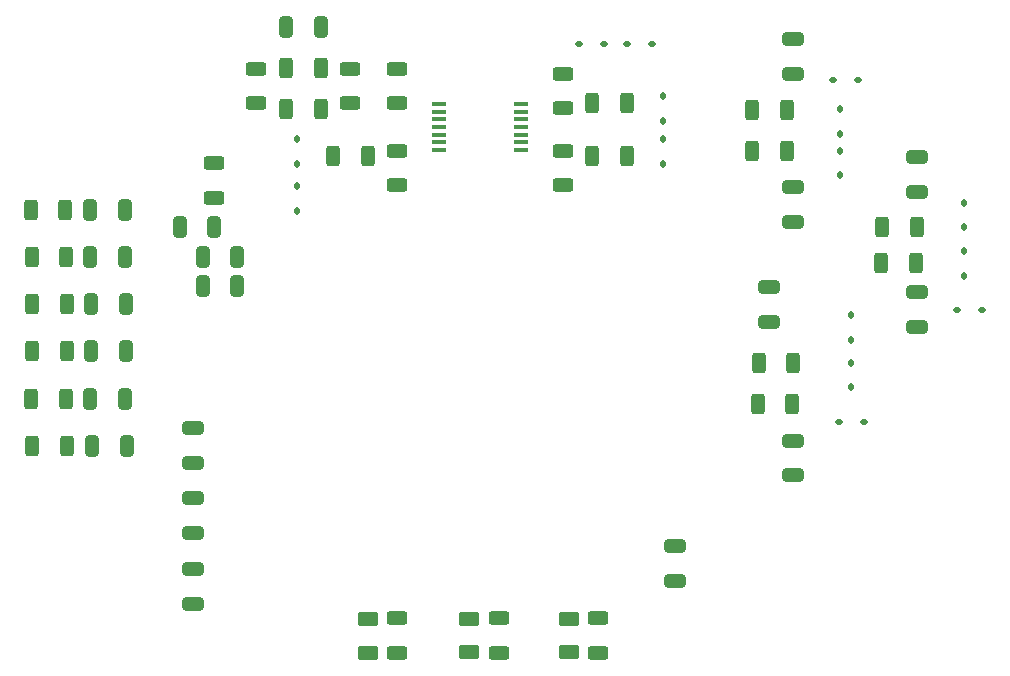
<source format=gbr>
%TF.GenerationSoftware,KiCad,Pcbnew,7.0.9*%
%TF.CreationDate,2024-01-23T23:33:06-05:00*%
%TF.ProjectId,Drive,44726976-652e-46b6-9963-61645f706362,rev?*%
%TF.SameCoordinates,Original*%
%TF.FileFunction,Paste,Top*%
%TF.FilePolarity,Positive*%
%FSLAX46Y46*%
G04 Gerber Fmt 4.6, Leading zero omitted, Abs format (unit mm)*
G04 Created by KiCad (PCBNEW 7.0.9) date 2024-01-23 23:33:06*
%MOMM*%
%LPD*%
G01*
G04 APERTURE LIST*
G04 Aperture macros list*
%AMRoundRect*
0 Rectangle with rounded corners*
0 $1 Rounding radius*
0 $2 $3 $4 $5 $6 $7 $8 $9 X,Y pos of 4 corners*
0 Add a 4 corners polygon primitive as box body*
4,1,4,$2,$3,$4,$5,$6,$7,$8,$9,$2,$3,0*
0 Add four circle primitives for the rounded corners*
1,1,$1+$1,$2,$3*
1,1,$1+$1,$4,$5*
1,1,$1+$1,$6,$7*
1,1,$1+$1,$8,$9*
0 Add four rect primitives between the rounded corners*
20,1,$1+$1,$2,$3,$4,$5,0*
20,1,$1+$1,$4,$5,$6,$7,0*
20,1,$1+$1,$6,$7,$8,$9,0*
20,1,$1+$1,$8,$9,$2,$3,0*%
G04 Aperture macros list end*
%ADD10RoundRect,0.250000X-0.312500X-0.625000X0.312500X-0.625000X0.312500X0.625000X-0.312500X0.625000X0*%
%ADD11RoundRect,0.112500X0.112500X-0.187500X0.112500X0.187500X-0.112500X0.187500X-0.112500X-0.187500X0*%
%ADD12RoundRect,0.250000X-0.625000X0.312500X-0.625000X-0.312500X0.625000X-0.312500X0.625000X0.312500X0*%
%ADD13RoundRect,0.250000X-0.325000X-0.650000X0.325000X-0.650000X0.325000X0.650000X-0.325000X0.650000X0*%
%ADD14RoundRect,0.112500X0.187500X0.112500X-0.187500X0.112500X-0.187500X-0.112500X0.187500X-0.112500X0*%
%ADD15RoundRect,0.250000X0.312500X0.625000X-0.312500X0.625000X-0.312500X-0.625000X0.312500X-0.625000X0*%
%ADD16RoundRect,0.250000X0.650000X-0.325000X0.650000X0.325000X-0.650000X0.325000X-0.650000X-0.325000X0*%
%ADD17RoundRect,0.250000X-0.625000X0.375000X-0.625000X-0.375000X0.625000X-0.375000X0.625000X0.375000X0*%
%ADD18RoundRect,0.250000X-0.650000X0.325000X-0.650000X-0.325000X0.650000X-0.325000X0.650000X0.325000X0*%
%ADD19RoundRect,0.250000X0.625000X-0.312500X0.625000X0.312500X-0.625000X0.312500X-0.625000X-0.312500X0*%
%ADD20RoundRect,0.112500X-0.187500X-0.112500X0.187500X-0.112500X0.187500X0.112500X-0.187500X0.112500X0*%
%ADD21RoundRect,0.250000X0.325000X0.650000X-0.325000X0.650000X-0.325000X-0.650000X0.325000X-0.650000X0*%
%ADD22RoundRect,0.112500X-0.112500X0.187500X-0.112500X-0.187500X0.112500X-0.187500X0.112500X0.187500X0*%
%ADD23R,1.200000X0.400000*%
G04 APERTURE END LIST*
D10*
%TO.C,R3*%
X117575000Y-61000000D03*
X120500000Y-61000000D03*
%TD*%
D11*
%TO.C,D7*%
X164462500Y-70100000D03*
X164462500Y-68000000D03*
%TD*%
D10*
%TO.C,R21*%
X157575000Y-86000000D03*
X160500000Y-86000000D03*
%TD*%
D11*
%TO.C,D12*%
X165425000Y-84050000D03*
X165425000Y-81950000D03*
%TD*%
D12*
%TO.C,R14*%
X127000000Y-68000000D03*
X127000000Y-70925000D03*
%TD*%
D11*
%TO.C,D10*%
X174962500Y-74500000D03*
X174962500Y-72400000D03*
%TD*%
D13*
%TO.C,C6*%
X101000000Y-77000000D03*
X103950000Y-77000000D03*
%TD*%
D10*
%TO.C,R16*%
X117575000Y-64450000D03*
X120500000Y-64450000D03*
%TD*%
D14*
%TO.C,D15*%
X166012500Y-62050000D03*
X163912500Y-62050000D03*
%TD*%
D15*
%TO.C,R15*%
X146425000Y-68500000D03*
X143500000Y-68500000D03*
%TD*%
D14*
%TO.C,D14*%
X176512500Y-81500000D03*
X174412500Y-81500000D03*
%TD*%
D16*
%TO.C,C20*%
X160462500Y-61500000D03*
X160462500Y-58550000D03*
%TD*%
D15*
%TO.C,R8*%
X99000000Y-85000000D03*
X96075000Y-85000000D03*
%TD*%
D17*
%TO.C,D17*%
X141500000Y-107675000D03*
X141500000Y-110475000D03*
%TD*%
D18*
%TO.C,C23*%
X150500000Y-101500000D03*
X150500000Y-104450000D03*
%TD*%
D19*
%TO.C,R1*%
X141000000Y-64425000D03*
X141000000Y-61500000D03*
%TD*%
D13*
%TO.C,C4*%
X101050000Y-85000000D03*
X104000000Y-85000000D03*
%TD*%
D16*
%TO.C,C14*%
X109700000Y-106405000D03*
X109700000Y-103455000D03*
%TD*%
%TO.C,C16*%
X109700000Y-94430000D03*
X109700000Y-91480000D03*
%TD*%
D12*
%TO.C,R30*%
X127000000Y-107575000D03*
X127000000Y-110500000D03*
%TD*%
%TO.C,R2*%
X115000000Y-61075000D03*
X115000000Y-64000000D03*
%TD*%
D20*
%TO.C,D1*%
X142400000Y-59000000D03*
X144500000Y-59000000D03*
%TD*%
D15*
%TO.C,R11*%
X98875000Y-73000000D03*
X95950000Y-73000000D03*
%TD*%
D21*
%TO.C,C8*%
X113450000Y-77000000D03*
X110500000Y-77000000D03*
%TD*%
D10*
%TO.C,R18*%
X121575000Y-68450000D03*
X124500000Y-68450000D03*
%TD*%
%TO.C,R24*%
X157500000Y-89500000D03*
X160425000Y-89500000D03*
%TD*%
D12*
%TO.C,R29*%
X144000000Y-107575000D03*
X144000000Y-110500000D03*
%TD*%
D16*
%TO.C,C19*%
X158500000Y-82500000D03*
X158500000Y-79550000D03*
%TD*%
D11*
%TO.C,D11*%
X165425000Y-88050000D03*
X165425000Y-85950000D03*
%TD*%
D21*
%TO.C,C12*%
X113450000Y-79500000D03*
X110500000Y-79500000D03*
%TD*%
D11*
%TO.C,D5*%
X118500000Y-73100000D03*
X118500000Y-71000000D03*
%TD*%
D16*
%TO.C,C15*%
X109700000Y-100405000D03*
X109700000Y-97455000D03*
%TD*%
D12*
%TO.C,R5*%
X141000000Y-68000000D03*
X141000000Y-70925000D03*
%TD*%
D16*
%TO.C,C18*%
X170962500Y-71500000D03*
X170962500Y-68550000D03*
%TD*%
D18*
%TO.C,C21*%
X170962500Y-80000000D03*
X170962500Y-82950000D03*
%TD*%
D13*
%TO.C,C7*%
X101000000Y-73000000D03*
X103950000Y-73000000D03*
%TD*%
D15*
%TO.C,R7*%
X98925000Y-89000000D03*
X96000000Y-89000000D03*
%TD*%
D17*
%TO.C,D16*%
X133100000Y-107675000D03*
X133100000Y-110475000D03*
%TD*%
D21*
%TO.C,C17*%
X111500000Y-74500000D03*
X108550000Y-74500000D03*
%TD*%
D15*
%TO.C,R12*%
X146425000Y-64000000D03*
X143500000Y-64000000D03*
%TD*%
%TO.C,R10*%
X98950000Y-77000000D03*
X96025000Y-77000000D03*
%TD*%
D22*
%TO.C,D4*%
X149500000Y-67000000D03*
X149500000Y-69100000D03*
%TD*%
D10*
%TO.C,R22*%
X157037500Y-64550000D03*
X159962500Y-64550000D03*
%TD*%
D12*
%TO.C,R17*%
X123000000Y-61075000D03*
X123000000Y-64000000D03*
%TD*%
D18*
%TO.C,C13*%
X160462500Y-71100000D03*
X160462500Y-74050000D03*
%TD*%
D19*
%TO.C,R4*%
X111500000Y-72000000D03*
X111500000Y-69075000D03*
%TD*%
D12*
%TO.C,R28*%
X135600000Y-107575000D03*
X135600000Y-110500000D03*
%TD*%
D18*
%TO.C,C22*%
X160500000Y-92550000D03*
X160500000Y-95500000D03*
%TD*%
D10*
%TO.C,R20*%
X168037500Y-74500000D03*
X170962500Y-74500000D03*
%TD*%
D11*
%TO.C,D9*%
X174962500Y-78600000D03*
X174962500Y-76500000D03*
%TD*%
D15*
%TO.C,R9*%
X99000000Y-81000000D03*
X96075000Y-81000000D03*
%TD*%
D11*
%TO.C,D6*%
X118500000Y-69100000D03*
X118500000Y-67000000D03*
%TD*%
D21*
%TO.C,C1*%
X120500000Y-57500000D03*
X117550000Y-57500000D03*
%TD*%
D17*
%TO.C,D18*%
X124500000Y-107700000D03*
X124500000Y-110500000D03*
%TD*%
D22*
%TO.C,D3*%
X149500000Y-63400000D03*
X149500000Y-65500000D03*
%TD*%
D11*
%TO.C,D8*%
X164462500Y-66562500D03*
X164462500Y-64462500D03*
%TD*%
D13*
%TO.C,C3*%
X101000000Y-89000000D03*
X103950000Y-89000000D03*
%TD*%
%TO.C,C5*%
X101050000Y-81000000D03*
X104000000Y-81000000D03*
%TD*%
D10*
%TO.C,R19*%
X157037500Y-68050000D03*
X159962500Y-68050000D03*
%TD*%
D19*
%TO.C,R13*%
X127000000Y-64000000D03*
X127000000Y-61075000D03*
%TD*%
D14*
%TO.C,D13*%
X166475000Y-91000000D03*
X164375000Y-91000000D03*
%TD*%
D13*
%TO.C,C2*%
X101125000Y-93000000D03*
X104075000Y-93000000D03*
%TD*%
D23*
%TO.C,U2*%
X130550000Y-64050000D03*
X130550000Y-64700000D03*
X130550000Y-65350000D03*
X130550000Y-66000000D03*
X130550000Y-66650000D03*
X130550000Y-67300000D03*
X130550000Y-67950000D03*
X137450000Y-67950000D03*
X137450000Y-67300000D03*
X137450000Y-66650000D03*
X137450000Y-66000000D03*
X137450000Y-65350000D03*
X137450000Y-64700000D03*
X137450000Y-64050000D03*
%TD*%
D15*
%TO.C,R6*%
X99000000Y-93000000D03*
X96075000Y-93000000D03*
%TD*%
D10*
%TO.C,R23*%
X167962500Y-77500000D03*
X170887500Y-77500000D03*
%TD*%
D20*
%TO.C,D2*%
X146450000Y-59000000D03*
X148550000Y-59000000D03*
%TD*%
M02*

</source>
